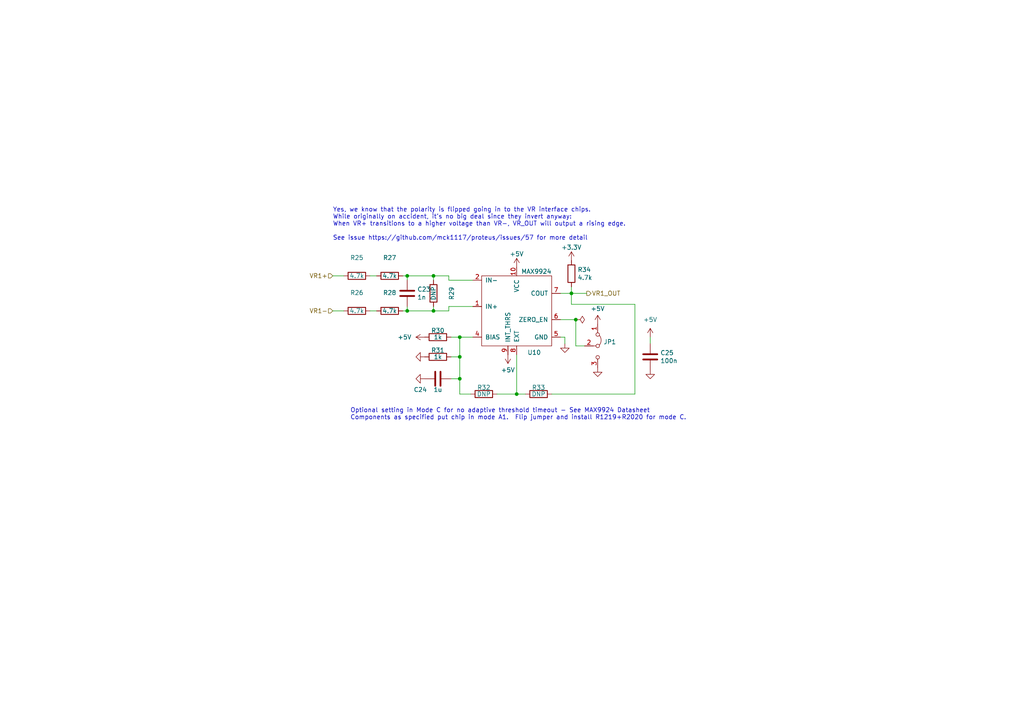
<source format=kicad_sch>
(kicad_sch (version 20250114) (generator "eeschema") (generator_version "9.0")
  (paper "A4")
  (title_block (title "Polygonus Universal 88p") (date "2023-11-12") (rev "v1.0") (company "FutureProofPerformance.com"))
  (lib_symbols
    (symbol "Device:C" (pin_numbers (hide yes)) (pin_names (offset 0.254))
      (property "Reference" "C" (at 0.635 2.54 0))
      (property "Value" "C" (at 0.635 -2.54 0))
      (symbol "C_0_1"
        (polyline (pts (xy -2.032 0.762) (xy 2.032 0.762)) (stroke (width 0.508)))
        (polyline (pts (xy -2.032 -0.762) (xy 2.032 -0.762)) (stroke (width 0.508)))
      )
      (symbol "C_1_1"
        (pin passive line (at 0 3.81 270) (length 2.794) (name "~") (number "1"))
        (pin passive line (at 0 -3.81 90) (length 2.794) (name "~") (number "2"))
      )
    )
    (symbol "Device:R" (pin_numbers (hide yes)) (pin_names (offset 0))
      (property "Reference" "R" (at 2.032 0 90))
      (property "Value" "R" (at 0 0 90))
      (symbol "R_0_1"
        (rectangle (start -1.016 -2.54) (end 1.016 2.54) (stroke (width 0.254)))
      )
      (symbol "R_1_1"
        (pin passive line (at 0 3.81 270) (length 1.27) (name "~") (number "1"))
        (pin passive line (at 0 -3.81 90) (length 1.27) (name "~") (number "2"))
      )
    )
    (symbol "GND_1" (power) (pin_names (offset 0))
      (property "Value" "GND_1" (at 0 -3.81 0))
      (symbol "GND_1_0_1"
        (polyline (pts (xy 0 0) (xy 0 -1.27) (xy 1.27 -1.27) (xy 0 -2.54) (xy -1.27 -1.27) (xy 0 -1.27)))
      )
      (symbol "GND_1_1_1"
        (pin power_in line (at 0 0 270) (length 0) (hide yes) (name "GND") (number "1"))
      )
    )
    (symbol "Jumper:Jumper_3_Bridged12" (pin_names (offset 0) (hide yes))
      (property "Reference" "JP" (at -2.54 -2.54 0))
      (property "Value" "Jumper_3_Bridged12" (at 0 2.794 0))
      (symbol "Jumper_3_Bridged12_0_0"
        (circle (center -3.302 0) (radius 0.508))
        (circle (center 0 0) (radius 0.508))
        (circle (center 3.302 0) (radius 0.508))
      )
      (symbol "Jumper_3_Bridged12_0_1"
        (arc (start -3.048 0.508) (mid -1.651 0.9912) (end -0.254 0.508))
        (polyline (pts (xy 0 -1.27) (xy 0 -0.508)))
      )
      (symbol "Jumper_3_Bridged12_1_1"
        (pin passive line (at -6.35 0 0) (length 2.54) (name "A") (number "1"))
        (pin input line (at 0 -3.81 90) (length 2.54) (name "C") (number "2"))
        (pin passive line (at 6.35 0 180) (length 2.54) (name "B") (number "3"))
      )
    )
    (symbol "Simon:DNP" (pin_numbers (hide yes)) (pin_names (offset 0))
      (property "Reference" "R8" (at 0 1.905 90))
      (property "Value" "DNP" (at 0 0 90))
      (symbol "DNP_0_1"
        (rectangle (start -1.016 -2.54) (end 1.016 2.54) (stroke (width 0.254)))
      )
      (symbol "DNP_1_1"
        (pin passive line (at 0 3.81 270) (length 1.27) (name "~") (number "1"))
        (pin passive line (at 0 -3.81 90) (length 1.27) (name "~") (number "2"))
      )
    )
    (symbol "Simon:MAX9924" (pin_names (offset 1.016))
      (property "Reference" "U3" (at 5.08 -12.065 0))
      (property "Value" "MAX9924" (at 5.715 11.43 0))
      (symbol "MAX9924_0_1"
        (rectangle (start -10.16 10.16) (end 10.16 -10.16))
      )
      (symbol "MAX9924_1_1"
        (pin input line (at -12.7 8.89 0) (length 2.54) (name "IN-") (number "2"))
        (pin input line (at -12.7 1.27 0) (length 2.54) (name "IN+") (number "1"))
        (pin input line (at -12.7 -7.62 0) (length 2.54) (name "BIAS") (number "4"))
        (pin input line (at -2.54 -12.7 90) (length 2.54) (name "INT_THRS") (number "9"))
        (pin power_in line (at 0 12.7 270) (length 2.54) (name "VCC") (number "10"))
        (pin no_connect line (at 0 -5.08 0) (length 2.54) (hide yes) (name "~") (number "3"))
        (pin input line (at 0 -12.7 90) (length 2.54) (name "EXT") (number "8"))
        (pin output line (at 12.7 5.08 180) (length 2.54) (name "COUT") (number "7"))
        (pin input line (at 12.7 -2.54 180) (length 2.54) (name "ZERO_EN") (number "6"))
        (pin power_in line (at 12.7 -7.62 180) (length 2.54) (name "GND") (number "5"))
      )
    )
    (symbol "power:+3.3V" (power) (pin_names (offset 0))
      (property "Value" "+3.3V" (at 0 3.556 0))
      (symbol "+3.3V_0_1"
        (polyline (pts (xy -0.762 1.27) (xy 0 2.54)))
        (polyline (pts (xy 0 2.54) (xy 0.762 1.27)))
        (polyline (pts (xy 0 0) (xy 0 2.54)))
      )
      (symbol "+3.3V_1_1"
        (pin power_in line (at 0 0 90) (length 0) (hide yes) (name "+3.3V") (number "1"))
      )
    )
    (symbol "power:+5V" (power) (pin_names (offset 0))
      (property "Value" "+5V" (at 0 3.556 0))
      (symbol "+5V_0_1"
        (polyline (pts (xy -0.762 1.27) (xy 0 2.54)))
        (polyline (pts (xy 0 2.54) (xy 0.762 1.27)))
        (polyline (pts (xy 0 0) (xy 0 2.54)))
      )
      (symbol "+5V_1_1"
        (pin power_in line (at 0 0 90) (length 0) (hide yes) (name "+5V") (number "1"))
      )
    )
    (symbol "power:PWR_FLAG" (power) (pin_numbers (hide yes)) (pin_names (offset 0) (hide yes))
      (property "Value" "PWR_FLAG" (at 0 3.81 0))
      (symbol "PWR_FLAG_0_0"
        (pin power_out line (at 0 0 90) (length 0) (name "pwr") (number "1"))
      )
      (symbol "PWR_FLAG_0_1"
        (polyline (pts (xy 0 0) (xy 0 1.27) (xy -1.016 1.905) (xy 0 2.54) (xy 1.016 1.905) (xy 0 1.27)))
      )
    )
  )
  (text "Optional setting in Mode C for no adaptive threshold timeout - See MAX9924 Datasheet\nComponents as specified put chip in mode A1.  Flip jumper and install R1219+R2020 for mode C." (at 101.6 121.92 0) (effects (font (size 1.27 1.27)) (justify left bottom)))
  (text "Yes, we know that the polarity is flipped going in to the VR interface chips.\nWhile originally on accident, it’s no big deal since they invert anyway:\nWhen VR+ transitions to a higher voltage than VR-, VR_OUT will output a rising edge.\n\nSee issue https://github.com/mck1117/proteus/issues/57 for more detail" (at 96.52 69.85 0) (effects (font (size 1.27 1.27)) (justify left bottom)))
  (junction (at 125.73 90.17))
  (junction (at 149.86 114.3))
  (junction (at 118.11 80.01))
  (junction (at 167.005 92.71))
  (junction (at 133.35 103.505))
  (junction (at 125.73 80.01))
  (junction (at 133.35 97.79))
  (junction (at 165.735 85.09))
  (junction (at 133.35 109.855))
  (junction (at 118.11 90.17))
  (wire (pts (xy 133.35 109.855) (xy 133.35 103.505)))
  (wire (pts (xy 130.81 109.855) (xy 133.35 109.855)))
  (wire (pts (xy 184.15 88.265) (xy 165.735 88.265)))
  (wire (pts (xy 170.18 85.09) (xy 165.735 85.09)))
  (wire (pts (xy 130.81 97.79) (xy 133.35 97.79)))
  (wire (pts (xy 152.4 114.3) (xy 149.86 114.3)))
  (wire (pts (xy 130.81 103.505) (xy 133.35 103.505)))
  (wire (pts (xy 133.35 103.505) (xy 133.35 97.79)))
  (wire (pts (xy 165.735 88.265) (xy 165.735 85.09)))
  (wire (pts (xy 116.84 80.01) (xy 118.11 80.01)))
  (wire (pts (xy 125.73 81.28) (xy 125.73 80.01)))
  (wire (pts (xy 184.15 114.3) (xy 184.15 88.265)))
  (wire (pts (xy 130.175 88.9) (xy 130.175 90.17)))
  (wire (pts (xy 130.175 81.28) (xy 137.16 81.28)))
  (wire (pts (xy 130.175 90.17) (xy 125.73 90.17)))
  (wire (pts (xy 165.735 85.09) (xy 162.56 85.09)))
  (wire (pts (xy 96.52 80.01) (xy 99.695 80.01)))
  (wire (pts (xy 125.73 80.01) (xy 118.11 80.01)))
  (wire (pts (xy 149.86 114.3) (xy 144.145 114.3)))
  (wire (pts (xy 133.35 97.79) (xy 137.16 97.79)))
  (wire (pts (xy 163.83 97.79) (xy 162.56 97.79)))
  (wire (pts (xy 109.22 80.01) (xy 107.315 80.01)))
  (wire (pts (xy 162.56 92.71) (xy 167.005 92.71)))
  (wire (pts (xy 133.35 114.3) (xy 136.525 114.3)))
  (wire (pts (xy 125.73 90.17) (xy 125.73 88.9)))
  (wire (pts (xy 125.73 80.01) (xy 130.175 80.01)))
  (wire (pts (xy 149.86 102.87) (xy 149.86 114.3)))
  (wire (pts (xy 165.735 83.185) (xy 165.735 85.09)))
  (wire (pts (xy 133.35 109.855) (xy 133.35 114.3)))
  (wire (pts (xy 163.83 99.695) (xy 163.83 97.79)))
  (wire (pts (xy 118.11 90.17) (xy 125.73 90.17)))
  (wire (pts (xy 118.11 80.01) (xy 118.11 81.28)))
  (wire (pts (xy 188.595 97.79) (xy 188.595 99.695)))
  (wire (pts (xy 116.84 90.17) (xy 118.11 90.17)))
  (wire (pts (xy 167.005 92.71) (xy 167.005 100.33)))
  (wire (pts (xy 160.02 114.3) (xy 184.15 114.3)))
  (wire (pts (xy 167.005 100.33) (xy 169.545 100.33)))
  (wire (pts (xy 107.315 90.17) (xy 109.22 90.17)))
  (wire (pts (xy 96.52 90.17) (xy 99.695 90.17)))
  (wire (pts (xy 130.175 80.01) (xy 130.175 81.28)))
  (wire (pts (xy 137.16 88.9) (xy 130.175 88.9)))
  (wire (pts (xy 118.11 90.17) (xy 118.11 88.9)))
  (hierarchical_label "VR1_OUT" (shape output) (at 170.18 85.09 0))
  (hierarchical_label "VR1-" (shape input) (at 96.52 90.17 180))
  (hierarchical_label "VR1+" (shape input) (at 96.52 80.01 180))
  (symbol (lib_name "GND_1") (lib_id "power:GND") (at 188.595 107.315 0) (unit 1)
    (property "Reference" "#PWR0108" (effects (hide yes)))
    (property "Value" "GND" (effects (hide yes)))
  )
  (symbol (lib_id "power:+5V") (at 147.32 102.87 180) (unit 1)
    (property "Reference" "#PWR0101" (effects (hide yes)))
    (property "Value" "+5V" (at 147.32 107.315 0))
  )
  (symbol (lib_id "Device:R") (at 103.505 80.01 270) (unit 1)
    (property "Reference" "R25" (at 103.505 74.7522 90))
    (property "Value" "4.7k" (at 103.505 80.01 90))
    (property "Footprint" "Resistor_SMD:R_0805_2012Metric" (effects (hide yes)))
    (property "LCSC" "C17673" (effects (hide yes)))
    (property "LCSC_ext" "0" (effects (hide yes)))
  )
  (symbol (lib_id "power:+3.3V") (at 165.735 75.565 0) (unit 1)
    (property "Reference" "#PWR0104" (effects (hide yes)))
    (property "Value" "+3.3V" (at 165.735 71.755 0))
  )
  (symbol (lib_name "GND_1") (lib_id "power:GND") (at 173.355 106.68 0) (unit 1)
    (property "Reference" "#PWR0106" (effects (hide yes)))
    (property "Value" "GND" (effects (hide yes)))
  )
  (symbol (lib_id "Device:C") (at 118.11 85.09 0) (unit 1)
    (property "Reference" "C23" (at 121.031 83.9216 0) (effects (justify left)))
    (property "Value" "1n" (at 121.031 86.233 0) (effects (justify left)))
    (property "Footprint" "Capacitor_SMD:C_0805_2012Metric" (effects (hide yes)))
    (property "LCSC" "C46653" (effects (hide yes)))
    (property "LCSC_ext" "0" (effects (hide yes)))
  )
  (symbol (lib_id "Jumper:Jumper_3_Bridged12") (at 173.355 100.33 270) (unit 1)
    (property "Reference" "JP1" (at 175.0568 99.1616 90) (effects (justify left)))
    (property "Value" "Jumper_3_Bridged12" (effects (hide yes)))
    (property "Footprint" "Jumper:SolderJumper-3_P1.3mm_Bridged12_RoundedPad1.0x1.5mm" (effects (hide yes)))
    (property "LCSC" "N/A" (effects (hide yes)))
  )
  (symbol (lib_name "GND_1") (lib_id "power:GND") (at 123.19 109.855 270) (unit 1)
    (property "Reference" "#PWR0100" (effects (hide yes)))
    (property "Value" "GND" (effects (hide yes)))
  )
  (symbol (lib_id "Device:R") (at 113.03 90.17 270) (unit 1)
    (property "Reference" "R28" (at 113.03 84.9122 90))
    (property "Value" "4.7k" (at 113.03 90.17 90))
    (property "Footprint" "Resistor_SMD:R_0805_2012Metric" (effects (hide yes)))
    (property "LCSC" "C17673" (effects (hide yes)))
    (property "LCSC_ext" "0" (effects (hide yes)))
  )
  (symbol (lib_id "Device:R") (at 125.73 85.09 180) (unit 1)
    (property "Reference" "R29" (at 130.9878 85.09 90))
    (property "Value" "DNP" (at 125.73 85.09 90))
    (property "Footprint" "Resistor_SMD:R_0805_2012Metric" (effects (hide yes)))
    (property "PN" "603-RC0402FR-075KL" (effects (hide yes)))
    (property "LCSC" "DNP" (effects (hide yes)))
  )
  (symbol (lib_id "power:+5V") (at 188.595 97.79 0) (unit 1)
    (property "Reference" "#PWR0107" (effects (hide yes)))
    (property "Value" "+5V" (at 188.595 92.71 0))
  )
  (symbol (lib_id "Simon:DNP") (at 140.335 114.3 270) (unit 1)
    (property "Reference" "R32" (at 140.335 112.395 90))
    (property "Value" "DNP" (at 140.335 114.3 90))
    (property "Footprint" "Resistor_SMD:R_0805_2012Metric_Pad1.20x1.40mm_HandSolder" (effects (hide yes)))
    (property "LCSC" "DNP" (effects (hide yes)))
  )
  (symbol (lib_id "power:+5V") (at 123.19 97.79 90) (unit 1)
    (property "Reference" "#PWR098" (effects (hide yes)))
    (property "Value" "+5V" (at 119.38 97.79 90) (effects (justify left)))
  )
  (symbol (lib_id "Simon:MAX9924") (at 149.86 90.17 0) (unit 1)
    (property "Reference" "U10" (at 154.94 102.235 0))
    (property "Value" "MAX9924" (at 155.575 78.74 0))
    (property "Footprint" "Package_SO:MSOP-10_3x3mm_P0.5mm" (effects (hide yes)))
    (property "LCSC" "C143633" (effects (hide yes)))
  )
  (symbol (lib_id "power:+5V") (at 173.355 93.98 0) (unit 1)
    (property "Reference" "#PWR0105" (effects (hide yes)))
    (property "Value" "+5V" (at 173.355 89.535 0))
  )
  (symbol (lib_id "Device:R") (at 127 97.79 90) (unit 1)
    (property "Reference" "R30" (at 127 95.885 90))
    (property "Value" "1k" (at 127 97.79 90))
    (property "Footprint" "Resistor_SMD:R_0805_2012Metric" (effects (hide yes)))
    (property "LCSC" "C17513" (effects (hide yes)))
    (property "LCSC_ext" "0" (effects (hide yes)))
  )
  (symbol (lib_id "Device:R") (at 165.735 79.375 0) (unit 1)
    (property "Reference" "R34" (at 167.513 78.2066 0) (effects (justify left)))
    (property "Value" "4.7k" (at 167.513 80.518 0) (effects (justify left)))
    (property "Footprint" "Resistor_SMD:R_0805_2012Metric" (effects (hide yes)))
    (property "LCSC" "C17673" (effects (hide yes)))
    (property "LCSC_ext" "0" (effects (hide yes)))
  )
  (symbol (lib_id "power:+5V") (at 149.86 77.47 0) (unit 1)
    (property "Reference" "#PWR0102" (effects (hide yes)))
    (property "Value" "+5V" (at 149.86 73.66 0))
  )
  (symbol (lib_id "power:PWR_FLAG") (at 167.005 92.71 270) (unit 1)
    (property "Reference" "#FLG03" (effects (hide yes)))
    (property "Value" "PWR_FLAG" (effects (hide yes)))
  )
  (symbol (lib_name "GND_1") (lib_id "power:GND") (at 123.19 103.505 270) (unit 1)
    (property "Reference" "#PWR099" (effects (hide yes)))
    (property "Value" "GND" (effects (hide yes)))
  )
  (symbol (lib_name "GND_1") (lib_id "power:GND") (at 163.83 99.695 0) (unit 1)
    (property "Reference" "#PWR0103" (effects (hide yes)))
    (property "Value" "GND" (effects (hide yes)))
  )
  (symbol (lib_id "Device:C") (at 127 109.855 270) (unit 1)
    (property "Reference" "C24" (at 121.92 113.03 90))
    (property "Value" "1u" (at 127 113.03 90))
    (property "Footprint" "Capacitor_SMD:C_0805_2012Metric" (effects (hide yes)))
    (property "LCSC" "C28323" (effects (hide yes)))
    (property "LCSC_ext" "0" (effects (hide yes)))
  )
  (symbol (lib_id "Device:C") (at 188.595 103.505 0) (unit 1)
    (property "Reference" "C25" (at 191.516 102.3366 0) (effects (justify left)))
    (property "Value" "100n" (at 191.516 104.648 0) (effects (justify left)))
    (property "Footprint" "Capacitor_SMD:C_0805_2012Metric_Pad1.18x1.45mm_HandSolder" (effects (hide yes)))
    (property "LCSC" "C28323" (effects (hide yes)))
    (property "LCSC_ext" "0" (effects (hide yes)))
  )
  (symbol (lib_id "Device:R") (at 103.505 90.17 270) (unit 1)
    (property "Reference" "R26" (at 103.505 84.9122 90))
    (property "Value" "4.7k" (at 103.505 90.17 90))
    (property "Footprint" "Resistor_SMD:R_0805_2012Metric" (effects (hide yes)))
    (property "LCSC" "C17673" (effects (hide yes)))
    (property "LCSC_ext" "0" (effects (hide yes)))
  )
  (symbol (lib_id "Device:R") (at 127 103.505 90) (unit 1)
    (property "Reference" "R31" (at 127 101.6 90))
    (property "Value" "1k" (at 127 103.505 90))
    (property "Footprint" "Resistor_SMD:R_0805_2012Metric" (effects (hide yes)))
    (property "LCSC" "C17513" (effects (hide yes)))
    (property "LCSC_ext" "0" (effects (hide yes)))
  )
  (symbol (lib_id "Device:R") (at 113.03 80.01 270) (unit 1)
    (property "Reference" "R27" (at 113.03 74.7522 90))
    (property "Value" "4.7k" (at 113.03 80.01 90))
    (property "Footprint" "Resistor_SMD:R_0805_2012Metric" (effects (hide yes)))
    (property "LCSC" "C17673" (effects (hide yes)))
    (property "LCSC_ext" "0" (effects (hide yes)))
  )
  (symbol (lib_id "Simon:DNP") (at 156.21 114.3 270) (unit 1)
    (property "Reference" "R33" (at 156.21 112.395 90))
    (property "Value" "DNP" (at 156.21 114.3 90))
    (property "Footprint" "Resistor_SMD:R_0805_2012Metric_Pad1.20x1.40mm_HandSolder" (effects (hide yes)))
    (property "LCSC" "DNP" (effects (hide yes)))
  )
)
</source>
